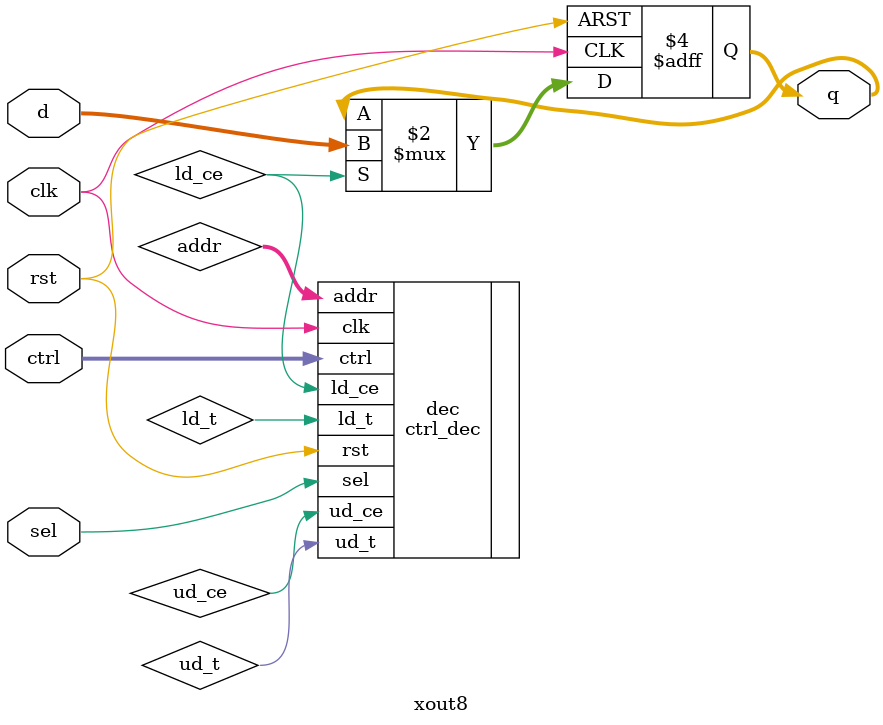
<source format=v>
/* xio.v -- XSOC external I/O synthesizable Verilog models
 *
 * Copyright (C) 1999, 2000, Gray Research LLC.  All rights reserved.
 * The contents of this file are subject to the XSOC License Agreement;
 * you may not use this file except in compliance with this Agreement.
 * See the LICENSE file.
 *
 * $Header: /dist/xsocv/xio.v 6     4/06/00 10:55a Jan $
 * $Log: /dist/xsocv/xio.v $
 * 
 * 6     4/06/00 10:55a Jan
 * polish
 */ 

module xin8(clk, rst, ctrl, sel, d, i);
	input			clk;		// global clock
	input			rst;		// global async reset
	input	[15:0]	ctrl;		// abstract control bus
	input			sel;		// peripheral select
	inout	[7:0]	d;			// LSB of on-chip data bus
	input	[7:0]	i;

	tri		[7:0]	d;

	wire [4:0]	addr;
	wire		ud_t, ld_t, ud_ce, ld_ce;
	ctrl_dec dec(.clk(clk), .rst(rst), .ctrl(ctrl), .sel(sel), .ud_t(ud_t),
				 .ld_t(ld_t), .ud_ce(ud_ce), .ld_ce(ld_ce), .addr(addr));

	assign d = ld_t ? 8'bz : i;
endmodule


module xout4(clk, rst, ctrl, sel, d, q);
	input			clk;		// global clock
	input			rst;		// global async reset
	input	[15:0]	ctrl;		// abstract control bus
	input			sel;		// peripheral select
	inout	[3:0]	d;			// lsbs of on-chip data bus
	output	[3:0]	q;

	tri		[3:0]	d;
	reg		[3:0]	q;

	wire [4:0]	addr;
	wire		ud_t, ld_t, ud_ce, ld_ce;
	ctrl_dec dec(.clk(clk), .rst(rst), .ctrl(ctrl), .sel(sel), .ud_t(ud_t),
				 .ld_t(ld_t), .ud_ce(ud_ce), .ld_ce(ld_ce), .addr(addr));

	always @(posedge clk or posedge rst) begin
		if (rst)
			q <= 0;
		else if (ld_ce)
			q <= d;
	end
endmodule


module xout8(clk, rst, ctrl, sel, d, q);
	input			clk;		// global clock
	input			rst;		// global async reset
	input	[15:0]	ctrl;		// abstract control bus
	input			sel;		// peripheral select
	inout	[7:0]	d;			// LSB of on-chip data bus
	output	[7:0]	q;			// output pads

	tri		[7:0]	d;
	reg		[7:0]	q;

	wire [4:0]	addr;
	wire		ud_t, ld_t, ud_ce, ld_ce;
	ctrl_dec dec(.clk(clk), .rst(rst), .ctrl(ctrl), .sel(sel), .ud_t(ud_t),
				 .ld_t(ld_t), .ud_ce(ud_ce), .ld_ce(ld_ce), .addr(addr));

	always @(posedge clk or posedge rst) begin
		if (rst)
			q <= 0;
		else if (ld_ce)
			q <= d;
	end
endmodule

</source>
